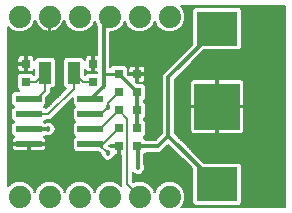
<source format=gtl>
G75*
%MOIN*%
%OFA0B0*%
%FSLAX25Y25*%
%IPPOS*%
%LPD*%
%AMOC8*
5,1,8,0,0,1.08239X$1,22.5*
%
%ADD10R,0.03150X0.03150*%
%ADD11R,0.13780X0.11417*%
%ADD12R,0.15591X0.15591*%
%ADD13R,0.04331X0.07480*%
%ADD14R,0.08661X0.02362*%
%ADD15C,0.07400*%
%ADD16C,0.00600*%
%ADD17C,0.01800*%
%ADD18C,0.01200*%
%ADD19C,0.01000*%
%ADD20C,0.00800*%
D10*
X0044900Y0040733D03*
X0050900Y0040733D03*
X0050900Y0046733D03*
X0044900Y0046733D03*
X0044900Y0052733D03*
X0050900Y0052733D03*
X0050900Y0058733D03*
X0044900Y0058733D03*
X0036400Y0062233D03*
X0044900Y0064733D03*
X0050900Y0064733D03*
X0036400Y0068233D03*
X0013900Y0068233D03*
X0013900Y0062233D03*
D11*
X0077650Y0079967D03*
X0077650Y0027999D03*
D12*
X0077650Y0053983D03*
D13*
X0029874Y0065233D03*
X0020426Y0065233D03*
D14*
X0014914Y0056483D03*
X0014914Y0051483D03*
X0014914Y0046483D03*
X0014914Y0041483D03*
X0035386Y0041483D03*
X0035386Y0046483D03*
X0035386Y0051483D03*
X0035386Y0056483D03*
D15*
X0011800Y0023933D03*
X0021800Y0023933D03*
X0031800Y0023933D03*
X0041800Y0023933D03*
X0051800Y0023933D03*
X0061800Y0023933D03*
X0061800Y0083933D03*
X0051800Y0083933D03*
X0041800Y0083933D03*
X0031800Y0083933D03*
X0021800Y0083933D03*
X0011800Y0083933D03*
D16*
X0016556Y0081827D02*
X0017262Y0081827D01*
X0017166Y0082014D02*
X0017524Y0081312D01*
X0017986Y0080676D01*
X0018543Y0080119D01*
X0019179Y0079657D01*
X0019881Y0079299D01*
X0020629Y0079056D01*
X0021406Y0078933D01*
X0021500Y0078933D01*
X0021500Y0083633D01*
X0022100Y0083633D01*
X0022100Y0078933D01*
X0022194Y0078933D01*
X0022971Y0079056D01*
X0023719Y0079299D01*
X0024421Y0079657D01*
X0025057Y0080119D01*
X0025614Y0080676D01*
X0026076Y0081312D01*
X0026434Y0082014D01*
X0026668Y0082735D01*
X0027392Y0080988D01*
X0028854Y0079525D01*
X0030766Y0078733D01*
X0032834Y0078733D01*
X0034746Y0079525D01*
X0036208Y0080988D01*
X0036800Y0082416D01*
X0037392Y0080988D01*
X0037700Y0080679D01*
X0037700Y0071108D01*
X0036700Y0071108D01*
X0036700Y0068533D01*
X0036100Y0068533D01*
X0036100Y0071108D01*
X0034654Y0071108D01*
X0034323Y0071019D01*
X0034027Y0070848D01*
X0033785Y0070606D01*
X0033614Y0070310D01*
X0033525Y0069979D01*
X0033525Y0069609D01*
X0032661Y0070473D01*
X0027088Y0070473D01*
X0026209Y0069595D01*
X0026209Y0060872D01*
X0027088Y0059993D01*
X0027223Y0059993D01*
X0020630Y0053400D01*
X0020047Y0053983D01*
X0020744Y0054681D01*
X0020744Y0056891D01*
X0022326Y0058472D01*
X0022326Y0059993D01*
X0023212Y0059993D01*
X0024091Y0060872D01*
X0024091Y0069595D01*
X0023212Y0070473D01*
X0017639Y0070473D01*
X0016775Y0069609D01*
X0016775Y0069979D01*
X0016686Y0070310D01*
X0016515Y0070606D01*
X0016273Y0070848D01*
X0015977Y0071019D01*
X0015646Y0071108D01*
X0014200Y0071108D01*
X0014200Y0068533D01*
X0013600Y0068533D01*
X0013600Y0067933D01*
X0014200Y0067933D01*
X0014200Y0065358D01*
X0015646Y0065358D01*
X0015977Y0065447D01*
X0016273Y0065618D01*
X0016515Y0065860D01*
X0016686Y0066156D01*
X0016760Y0066433D01*
X0016760Y0064644D01*
X0016096Y0065308D01*
X0011704Y0065308D01*
X0010825Y0064429D01*
X0010825Y0060037D01*
X0011698Y0059164D01*
X0009962Y0059164D01*
X0009083Y0058285D01*
X0009083Y0054681D01*
X0009781Y0053983D01*
X0009083Y0053285D01*
X0009083Y0049681D01*
X0009781Y0048983D01*
X0009083Y0048285D01*
X0009083Y0044681D01*
X0009959Y0043805D01*
X0009785Y0043704D01*
X0009543Y0043462D01*
X0009372Y0043166D01*
X0009283Y0042835D01*
X0009283Y0041774D01*
X0014623Y0041774D01*
X0014623Y0041192D01*
X0015204Y0041192D01*
X0015204Y0039002D01*
X0019416Y0039002D01*
X0019746Y0039091D01*
X0020043Y0039262D01*
X0020285Y0039504D01*
X0020456Y0039800D01*
X0020544Y0040131D01*
X0020544Y0041192D01*
X0015204Y0041192D01*
X0015204Y0041774D01*
X0020544Y0041774D01*
X0020544Y0042835D01*
X0020456Y0043166D01*
X0020285Y0043462D01*
X0020043Y0043704D01*
X0019869Y0043805D01*
X0020374Y0044310D01*
X0020923Y0044083D01*
X0021877Y0044083D01*
X0022759Y0044448D01*
X0023435Y0045124D01*
X0023800Y0046006D01*
X0023800Y0046960D01*
X0023435Y0047843D01*
X0022759Y0048518D01*
X0021877Y0048883D01*
X0020923Y0048883D01*
X0020374Y0048656D01*
X0020047Y0048983D01*
X0020647Y0049583D01*
X0022187Y0049583D01*
X0029556Y0056952D01*
X0029556Y0054681D01*
X0030253Y0053983D01*
X0029556Y0053285D01*
X0029556Y0049681D01*
X0030253Y0048983D01*
X0029556Y0048285D01*
X0029556Y0044681D01*
X0030253Y0043983D01*
X0029556Y0043285D01*
X0029556Y0039681D01*
X0030434Y0038802D01*
X0038094Y0038802D01*
X0038800Y0038096D01*
X0038800Y0037906D01*
X0039165Y0037024D01*
X0039841Y0036348D01*
X0040723Y0035983D01*
X0041677Y0035983D01*
X0042559Y0036348D01*
X0043235Y0037024D01*
X0043580Y0037858D01*
X0044600Y0037858D01*
X0044600Y0040433D01*
X0045200Y0040433D01*
X0045200Y0037858D01*
X0045750Y0037858D01*
X0045750Y0027337D01*
X0044746Y0028341D01*
X0042834Y0029133D01*
X0040766Y0029133D01*
X0038854Y0028341D01*
X0037392Y0026879D01*
X0036800Y0025450D01*
X0036208Y0026879D01*
X0034746Y0028341D01*
X0032834Y0029133D01*
X0030766Y0029133D01*
X0028854Y0028341D01*
X0027392Y0026879D01*
X0026800Y0025450D01*
X0026208Y0026879D01*
X0024746Y0028341D01*
X0022834Y0029133D01*
X0020766Y0029133D01*
X0018854Y0028341D01*
X0017392Y0026879D01*
X0016800Y0025450D01*
X0016208Y0026879D01*
X0014746Y0028341D01*
X0012834Y0029133D01*
X0010766Y0029133D01*
X0008854Y0028341D01*
X0007900Y0027387D01*
X0007900Y0080479D01*
X0008854Y0079525D01*
X0010766Y0078733D01*
X0012834Y0078733D01*
X0014746Y0079525D01*
X0016208Y0080988D01*
X0016932Y0082735D01*
X0017166Y0082014D01*
X0017033Y0082425D02*
X0016804Y0082425D01*
X0016308Y0081228D02*
X0017585Y0081228D01*
X0018032Y0080630D02*
X0015851Y0080630D01*
X0015252Y0080031D02*
X0018664Y0080031D01*
X0019619Y0079433D02*
X0014523Y0079433D01*
X0013078Y0078834D02*
X0030521Y0078834D01*
X0029077Y0079433D02*
X0023981Y0079433D01*
X0024936Y0080031D02*
X0028348Y0080031D01*
X0027749Y0080630D02*
X0025568Y0080630D01*
X0026015Y0081228D02*
X0027292Y0081228D01*
X0027044Y0081827D02*
X0026338Y0081827D01*
X0026567Y0082425D02*
X0026796Y0082425D01*
X0022100Y0082425D02*
X0021500Y0082425D01*
X0021500Y0081827D02*
X0022100Y0081827D01*
X0022100Y0081228D02*
X0021500Y0081228D01*
X0021500Y0080630D02*
X0022100Y0080630D01*
X0022100Y0080031D02*
X0021500Y0080031D01*
X0021500Y0079433D02*
X0022100Y0079433D01*
X0022100Y0083024D02*
X0021500Y0083024D01*
X0021500Y0083622D02*
X0022100Y0083622D01*
X0033078Y0078834D02*
X0037700Y0078834D01*
X0037700Y0078236D02*
X0007900Y0078236D01*
X0007900Y0078834D02*
X0010521Y0078834D01*
X0009077Y0079433D02*
X0007900Y0079433D01*
X0007900Y0080031D02*
X0008348Y0080031D01*
X0007900Y0077637D02*
X0037700Y0077637D01*
X0037700Y0077039D02*
X0007900Y0077039D01*
X0007900Y0076440D02*
X0037700Y0076440D01*
X0037700Y0075842D02*
X0007900Y0075842D01*
X0007900Y0075243D02*
X0037700Y0075243D01*
X0037700Y0074645D02*
X0007900Y0074645D01*
X0007900Y0074046D02*
X0037700Y0074046D01*
X0037700Y0073448D02*
X0007900Y0073448D01*
X0007900Y0072849D02*
X0037700Y0072849D01*
X0037700Y0072251D02*
X0007900Y0072251D01*
X0007900Y0071652D02*
X0037700Y0071652D01*
X0036700Y0071054D02*
X0036100Y0071054D01*
X0036100Y0070455D02*
X0036700Y0070455D01*
X0036700Y0069857D02*
X0036100Y0069857D01*
X0036100Y0069258D02*
X0036700Y0069258D01*
X0036700Y0068660D02*
X0036100Y0068660D01*
X0036100Y0067933D02*
X0036700Y0067933D01*
X0036700Y0065358D01*
X0037700Y0065358D01*
X0037700Y0065308D01*
X0034204Y0065308D01*
X0033540Y0064644D01*
X0033540Y0066433D01*
X0033614Y0066156D01*
X0033785Y0065860D01*
X0034027Y0065618D01*
X0034323Y0065447D01*
X0034654Y0065358D01*
X0036100Y0065358D01*
X0036100Y0067933D01*
X0036100Y0067462D02*
X0036700Y0067462D01*
X0036700Y0066864D02*
X0036100Y0066864D01*
X0036100Y0066265D02*
X0036700Y0066265D01*
X0036700Y0065667D02*
X0036100Y0065667D01*
X0033978Y0065667D02*
X0033540Y0065667D01*
X0033540Y0066265D02*
X0033585Y0066265D01*
X0033540Y0065068D02*
X0033964Y0065068D01*
X0041900Y0067004D02*
X0041900Y0078733D01*
X0042834Y0078733D01*
X0044746Y0079525D01*
X0046208Y0080988D01*
X0046800Y0082416D01*
X0047392Y0080988D01*
X0048854Y0079525D01*
X0050766Y0078733D01*
X0052834Y0078733D01*
X0054746Y0079525D01*
X0056208Y0080988D01*
X0056800Y0082416D01*
X0057392Y0080988D01*
X0058854Y0079525D01*
X0060766Y0078733D01*
X0062834Y0078733D01*
X0064746Y0079525D01*
X0066208Y0080988D01*
X0067000Y0082899D01*
X0067000Y0084967D01*
X0066208Y0086879D01*
X0065604Y0087483D01*
X0100150Y0087483D01*
X0100150Y0020483D01*
X0065704Y0020483D01*
X0066208Y0020988D01*
X0067000Y0022899D01*
X0067000Y0024967D01*
X0066208Y0026879D01*
X0064746Y0028341D01*
X0062834Y0029133D01*
X0060766Y0029133D01*
X0058854Y0028341D01*
X0057392Y0026879D01*
X0056800Y0025450D01*
X0056208Y0026879D01*
X0054746Y0028341D01*
X0052834Y0029133D01*
X0050766Y0029133D01*
X0049720Y0028700D01*
X0049550Y0028870D01*
X0049550Y0032039D01*
X0049941Y0031648D01*
X0050823Y0031283D01*
X0051777Y0031283D01*
X0052659Y0031648D01*
X0053335Y0032324D01*
X0053700Y0033206D01*
X0053700Y0034160D01*
X0053400Y0034885D01*
X0053400Y0037962D01*
X0053975Y0038537D01*
X0053975Y0038633D01*
X0058770Y0038633D01*
X0060000Y0039863D01*
X0061408Y0041271D01*
X0069260Y0033419D01*
X0069260Y0021669D01*
X0070139Y0020790D01*
X0085161Y0020790D01*
X0086040Y0021669D01*
X0086040Y0034329D01*
X0085161Y0035207D01*
X0073411Y0035207D01*
X0063508Y0045111D01*
X0063500Y0045119D01*
X0063500Y0062847D01*
X0073411Y0072759D01*
X0085161Y0072759D01*
X0086040Y0073637D01*
X0086040Y0086297D01*
X0085161Y0087176D01*
X0070139Y0087176D01*
X0069260Y0086297D01*
X0069260Y0074547D01*
X0060530Y0065817D01*
X0059300Y0064587D01*
X0059300Y0045103D01*
X0057030Y0042833D01*
X0053975Y0042833D01*
X0053975Y0042929D01*
X0053171Y0043733D01*
X0053975Y0044537D01*
X0053975Y0048929D01*
X0053171Y0049733D01*
X0053975Y0050537D01*
X0053975Y0054929D01*
X0053171Y0055733D01*
X0053975Y0056537D01*
X0053975Y0060929D01*
X0053096Y0061808D01*
X0050795Y0061808D01*
X0050600Y0062003D01*
X0050600Y0064433D01*
X0051200Y0064433D01*
X0051200Y0061858D01*
X0052646Y0061858D01*
X0052977Y0061947D01*
X0053273Y0062118D01*
X0053515Y0062360D01*
X0053686Y0062656D01*
X0053775Y0062987D01*
X0053775Y0064433D01*
X0051200Y0064433D01*
X0051200Y0065033D01*
X0053775Y0065033D01*
X0053775Y0066479D01*
X0053686Y0066810D01*
X0053515Y0067106D01*
X0053273Y0067348D01*
X0052977Y0067519D01*
X0052646Y0067608D01*
X0051200Y0067608D01*
X0051200Y0065033D01*
X0050600Y0065033D01*
X0050600Y0064433D01*
X0048170Y0064433D01*
X0047975Y0064628D01*
X0047975Y0066929D01*
X0047096Y0067808D01*
X0042704Y0067808D01*
X0041900Y0067004D01*
X0041900Y0067462D02*
X0042359Y0067462D01*
X0041900Y0068061D02*
X0062774Y0068061D01*
X0063372Y0068660D02*
X0041900Y0068660D01*
X0041900Y0069258D02*
X0063971Y0069258D01*
X0064569Y0069857D02*
X0041900Y0069857D01*
X0041900Y0070455D02*
X0065168Y0070455D01*
X0065766Y0071054D02*
X0041900Y0071054D01*
X0041900Y0071652D02*
X0066365Y0071652D01*
X0066963Y0072251D02*
X0041900Y0072251D01*
X0041900Y0072849D02*
X0067562Y0072849D01*
X0068160Y0073448D02*
X0041900Y0073448D01*
X0041900Y0074046D02*
X0068759Y0074046D01*
X0069260Y0074645D02*
X0041900Y0074645D01*
X0041900Y0075243D02*
X0069260Y0075243D01*
X0069260Y0075842D02*
X0041900Y0075842D01*
X0041900Y0076440D02*
X0069260Y0076440D01*
X0069260Y0077039D02*
X0041900Y0077039D01*
X0041900Y0077637D02*
X0069260Y0077637D01*
X0069260Y0078236D02*
X0041900Y0078236D01*
X0043078Y0078834D02*
X0050521Y0078834D01*
X0049077Y0079433D02*
X0044523Y0079433D01*
X0045252Y0080031D02*
X0048348Y0080031D01*
X0047749Y0080630D02*
X0045851Y0080630D01*
X0046308Y0081228D02*
X0047292Y0081228D01*
X0047044Y0081827D02*
X0046556Y0081827D01*
X0053078Y0078834D02*
X0060521Y0078834D01*
X0059077Y0079433D02*
X0054523Y0079433D01*
X0055252Y0080031D02*
X0058348Y0080031D01*
X0057749Y0080630D02*
X0055851Y0080630D01*
X0056308Y0081228D02*
X0057292Y0081228D01*
X0057044Y0081827D02*
X0056556Y0081827D01*
X0063078Y0078834D02*
X0069260Y0078834D01*
X0069260Y0079433D02*
X0064523Y0079433D01*
X0065252Y0080031D02*
X0069260Y0080031D01*
X0069260Y0080630D02*
X0065851Y0080630D01*
X0066308Y0081228D02*
X0069260Y0081228D01*
X0069260Y0081827D02*
X0066556Y0081827D01*
X0066804Y0082425D02*
X0069260Y0082425D01*
X0069260Y0083024D02*
X0067000Y0083024D01*
X0067000Y0083622D02*
X0069260Y0083622D01*
X0069260Y0084221D02*
X0067000Y0084221D01*
X0067000Y0084819D02*
X0069260Y0084819D01*
X0069260Y0085418D02*
X0066813Y0085418D01*
X0066566Y0086016D02*
X0069260Y0086016D01*
X0069578Y0086615D02*
X0066318Y0086615D01*
X0065874Y0087213D02*
X0100150Y0087213D01*
X0100150Y0086615D02*
X0085722Y0086615D01*
X0086040Y0086016D02*
X0100150Y0086016D01*
X0100150Y0085418D02*
X0086040Y0085418D01*
X0086040Y0084819D02*
X0100150Y0084819D01*
X0100150Y0084221D02*
X0086040Y0084221D01*
X0086040Y0083622D02*
X0100150Y0083622D01*
X0100150Y0083024D02*
X0086040Y0083024D01*
X0086040Y0082425D02*
X0100150Y0082425D01*
X0100150Y0081827D02*
X0086040Y0081827D01*
X0086040Y0081228D02*
X0100150Y0081228D01*
X0100150Y0080630D02*
X0086040Y0080630D01*
X0086040Y0080031D02*
X0100150Y0080031D01*
X0100150Y0079433D02*
X0086040Y0079433D01*
X0086040Y0078834D02*
X0100150Y0078834D01*
X0100150Y0078236D02*
X0086040Y0078236D01*
X0086040Y0077637D02*
X0100150Y0077637D01*
X0100150Y0077039D02*
X0086040Y0077039D01*
X0086040Y0076440D02*
X0100150Y0076440D01*
X0100150Y0075842D02*
X0086040Y0075842D01*
X0086040Y0075243D02*
X0100150Y0075243D01*
X0100150Y0074645D02*
X0086040Y0074645D01*
X0086040Y0074046D02*
X0100150Y0074046D01*
X0100150Y0073448D02*
X0085850Y0073448D01*
X0085252Y0072849D02*
X0100150Y0072849D01*
X0100150Y0072251D02*
X0072903Y0072251D01*
X0072305Y0071652D02*
X0100150Y0071652D01*
X0100150Y0071054D02*
X0071706Y0071054D01*
X0071108Y0070455D02*
X0100150Y0070455D01*
X0100150Y0069857D02*
X0070509Y0069857D01*
X0069911Y0069258D02*
X0100150Y0069258D01*
X0100150Y0068660D02*
X0069312Y0068660D01*
X0068714Y0068061D02*
X0100150Y0068061D01*
X0100150Y0067462D02*
X0068115Y0067462D01*
X0067516Y0066864D02*
X0100150Y0066864D01*
X0100150Y0066265D02*
X0066918Y0066265D01*
X0066319Y0065667D02*
X0100150Y0065667D01*
X0100150Y0065068D02*
X0065721Y0065068D01*
X0065122Y0064470D02*
X0100150Y0064470D01*
X0100150Y0063871D02*
X0064524Y0063871D01*
X0063925Y0063273D02*
X0100150Y0063273D01*
X0100150Y0062674D02*
X0086388Y0062674D01*
X0086486Y0062577D02*
X0086243Y0062819D01*
X0085947Y0062990D01*
X0085616Y0063078D01*
X0077950Y0063078D01*
X0077950Y0054283D01*
X0086745Y0054283D01*
X0086745Y0061949D01*
X0086657Y0062280D01*
X0086486Y0062577D01*
X0086711Y0062076D02*
X0100150Y0062076D01*
X0100150Y0061477D02*
X0086745Y0061477D01*
X0086745Y0060879D02*
X0100150Y0060879D01*
X0100150Y0060280D02*
X0086745Y0060280D01*
X0086745Y0059682D02*
X0100150Y0059682D01*
X0100150Y0059083D02*
X0086745Y0059083D01*
X0086745Y0058485D02*
X0100150Y0058485D01*
X0100150Y0057886D02*
X0086745Y0057886D01*
X0086745Y0057288D02*
X0100150Y0057288D01*
X0100150Y0056689D02*
X0086745Y0056689D01*
X0086745Y0056091D02*
X0100150Y0056091D01*
X0100150Y0055492D02*
X0086745Y0055492D01*
X0086745Y0054894D02*
X0100150Y0054894D01*
X0100150Y0054295D02*
X0086745Y0054295D01*
X0086745Y0053683D02*
X0086745Y0046017D01*
X0086657Y0045686D01*
X0086486Y0045390D01*
X0086243Y0045148D01*
X0085947Y0044976D01*
X0085616Y0044888D01*
X0077950Y0044888D01*
X0077950Y0053683D01*
X0077350Y0053683D01*
X0077350Y0044888D01*
X0069684Y0044888D01*
X0069353Y0044976D01*
X0069056Y0045148D01*
X0068814Y0045390D01*
X0068643Y0045686D01*
X0068555Y0046017D01*
X0068555Y0053683D01*
X0077350Y0053683D01*
X0077350Y0054283D01*
X0068555Y0054283D01*
X0068555Y0061949D01*
X0068643Y0062280D01*
X0068814Y0062577D01*
X0069056Y0062819D01*
X0069353Y0062990D01*
X0069684Y0063078D01*
X0077350Y0063078D01*
X0077350Y0054283D01*
X0077950Y0054283D01*
X0077950Y0053683D01*
X0086745Y0053683D01*
X0086745Y0053098D02*
X0100150Y0053098D01*
X0100150Y0052500D02*
X0086745Y0052500D01*
X0086745Y0051901D02*
X0100150Y0051901D01*
X0100150Y0051303D02*
X0086745Y0051303D01*
X0086745Y0050704D02*
X0100150Y0050704D01*
X0100150Y0050106D02*
X0086745Y0050106D01*
X0086745Y0049507D02*
X0100150Y0049507D01*
X0100150Y0048909D02*
X0086745Y0048909D01*
X0086745Y0048310D02*
X0100150Y0048310D01*
X0100150Y0047712D02*
X0086745Y0047712D01*
X0086745Y0047113D02*
X0100150Y0047113D01*
X0100150Y0046515D02*
X0086745Y0046515D01*
X0086718Y0045916D02*
X0100150Y0045916D01*
X0100150Y0045318D02*
X0086414Y0045318D01*
X0077950Y0045318D02*
X0077350Y0045318D01*
X0077350Y0045916D02*
X0077950Y0045916D01*
X0077950Y0046515D02*
X0077350Y0046515D01*
X0077350Y0047113D02*
X0077950Y0047113D01*
X0077950Y0047712D02*
X0077350Y0047712D01*
X0077350Y0048310D02*
X0077950Y0048310D01*
X0077950Y0048909D02*
X0077350Y0048909D01*
X0077350Y0049507D02*
X0077950Y0049507D01*
X0077950Y0050106D02*
X0077350Y0050106D01*
X0077350Y0050704D02*
X0077950Y0050704D01*
X0077950Y0051303D02*
X0077350Y0051303D01*
X0077350Y0051901D02*
X0077950Y0051901D01*
X0077950Y0052500D02*
X0077350Y0052500D01*
X0077350Y0053098D02*
X0077950Y0053098D01*
X0077950Y0053697D02*
X0100150Y0053697D01*
X0100150Y0044719D02*
X0063900Y0044719D01*
X0063508Y0045111D02*
X0063508Y0045111D01*
X0063500Y0045318D02*
X0068886Y0045318D01*
X0068582Y0045916D02*
X0063500Y0045916D01*
X0063500Y0046515D02*
X0068555Y0046515D01*
X0068555Y0047113D02*
X0063500Y0047113D01*
X0063500Y0047712D02*
X0068555Y0047712D01*
X0068555Y0048310D02*
X0063500Y0048310D01*
X0063500Y0048909D02*
X0068555Y0048909D01*
X0068555Y0049507D02*
X0063500Y0049507D01*
X0063500Y0050106D02*
X0068555Y0050106D01*
X0068555Y0050704D02*
X0063500Y0050704D01*
X0063500Y0051303D02*
X0068555Y0051303D01*
X0068555Y0051901D02*
X0063500Y0051901D01*
X0063500Y0052500D02*
X0068555Y0052500D01*
X0068555Y0053098D02*
X0063500Y0053098D01*
X0063500Y0053697D02*
X0077350Y0053697D01*
X0077350Y0054295D02*
X0077950Y0054295D01*
X0077950Y0054894D02*
X0077350Y0054894D01*
X0077350Y0055492D02*
X0077950Y0055492D01*
X0077950Y0056091D02*
X0077350Y0056091D01*
X0077350Y0056689D02*
X0077950Y0056689D01*
X0077950Y0057288D02*
X0077350Y0057288D01*
X0077350Y0057886D02*
X0077950Y0057886D01*
X0077950Y0058485D02*
X0077350Y0058485D01*
X0077350Y0059083D02*
X0077950Y0059083D01*
X0077950Y0059682D02*
X0077350Y0059682D01*
X0077350Y0060280D02*
X0077950Y0060280D01*
X0077950Y0060879D02*
X0077350Y0060879D01*
X0077350Y0061477D02*
X0077950Y0061477D01*
X0077950Y0062076D02*
X0077350Y0062076D01*
X0077350Y0062674D02*
X0077950Y0062674D01*
X0068912Y0062674D02*
X0063500Y0062674D01*
X0063500Y0062076D02*
X0068589Y0062076D01*
X0068555Y0061477D02*
X0063500Y0061477D01*
X0063500Y0060879D02*
X0068555Y0060879D01*
X0068555Y0060280D02*
X0063500Y0060280D01*
X0063500Y0059682D02*
X0068555Y0059682D01*
X0068555Y0059083D02*
X0063500Y0059083D01*
X0063500Y0058485D02*
X0068555Y0058485D01*
X0068555Y0057886D02*
X0063500Y0057886D01*
X0063500Y0057288D02*
X0068555Y0057288D01*
X0068555Y0056689D02*
X0063500Y0056689D01*
X0063500Y0056091D02*
X0068555Y0056091D01*
X0068555Y0055492D02*
X0063500Y0055492D01*
X0063500Y0054894D02*
X0068555Y0054894D01*
X0068555Y0054295D02*
X0063500Y0054295D01*
X0059300Y0054295D02*
X0053975Y0054295D01*
X0053975Y0053697D02*
X0059300Y0053697D01*
X0059300Y0053098D02*
X0053975Y0053098D01*
X0053975Y0052500D02*
X0059300Y0052500D01*
X0059300Y0051901D02*
X0053975Y0051901D01*
X0053975Y0051303D02*
X0059300Y0051303D01*
X0059300Y0050704D02*
X0053975Y0050704D01*
X0053544Y0050106D02*
X0059300Y0050106D01*
X0059300Y0049507D02*
X0053397Y0049507D01*
X0053975Y0048909D02*
X0059300Y0048909D01*
X0059300Y0048310D02*
X0053975Y0048310D01*
X0053975Y0047712D02*
X0059300Y0047712D01*
X0059300Y0047113D02*
X0053975Y0047113D01*
X0053975Y0046515D02*
X0059300Y0046515D01*
X0059300Y0045916D02*
X0053975Y0045916D01*
X0053975Y0045318D02*
X0059300Y0045318D01*
X0058916Y0044719D02*
X0053975Y0044719D01*
X0053558Y0044121D02*
X0058318Y0044121D01*
X0057719Y0043522D02*
X0053382Y0043522D01*
X0053975Y0042924D02*
X0057121Y0042924D01*
X0061265Y0041128D02*
X0061551Y0041128D01*
X0062149Y0040529D02*
X0060666Y0040529D01*
X0060068Y0039931D02*
X0062748Y0039931D01*
X0063347Y0039332D02*
X0059469Y0039332D01*
X0058871Y0038734D02*
X0063945Y0038734D01*
X0064544Y0038135D02*
X0053573Y0038135D01*
X0053400Y0037537D02*
X0065142Y0037537D01*
X0065741Y0036938D02*
X0053400Y0036938D01*
X0053400Y0036340D02*
X0066339Y0036340D01*
X0066938Y0035741D02*
X0053400Y0035741D01*
X0053400Y0035143D02*
X0067536Y0035143D01*
X0068135Y0034544D02*
X0053541Y0034544D01*
X0053700Y0033946D02*
X0068733Y0033946D01*
X0069260Y0033347D02*
X0053700Y0033347D01*
X0053511Y0032749D02*
X0069260Y0032749D01*
X0069260Y0032150D02*
X0053161Y0032150D01*
X0052426Y0031552D02*
X0069260Y0031552D01*
X0069260Y0030953D02*
X0049550Y0030953D01*
X0049550Y0030355D02*
X0069260Y0030355D01*
X0069260Y0029756D02*
X0049550Y0029756D01*
X0049550Y0029158D02*
X0069260Y0029158D01*
X0069260Y0028559D02*
X0064220Y0028559D01*
X0065126Y0027961D02*
X0069260Y0027961D01*
X0069260Y0027362D02*
X0065725Y0027362D01*
X0066256Y0026764D02*
X0069260Y0026764D01*
X0069260Y0026165D02*
X0066504Y0026165D01*
X0066752Y0025567D02*
X0069260Y0025567D01*
X0069260Y0024968D02*
X0067000Y0024968D01*
X0067000Y0024370D02*
X0069260Y0024370D01*
X0069260Y0023771D02*
X0067000Y0023771D01*
X0067000Y0023173D02*
X0069260Y0023173D01*
X0069260Y0022574D02*
X0066866Y0022574D01*
X0066618Y0021976D02*
X0069260Y0021976D01*
X0069552Y0021377D02*
X0066370Y0021377D01*
X0065999Y0020779D02*
X0100150Y0020779D01*
X0100150Y0021377D02*
X0085748Y0021377D01*
X0086040Y0021976D02*
X0100150Y0021976D01*
X0100150Y0022574D02*
X0086040Y0022574D01*
X0086040Y0023173D02*
X0100150Y0023173D01*
X0100150Y0023771D02*
X0086040Y0023771D01*
X0086040Y0024370D02*
X0100150Y0024370D01*
X0100150Y0024968D02*
X0086040Y0024968D01*
X0086040Y0025567D02*
X0100150Y0025567D01*
X0100150Y0026165D02*
X0086040Y0026165D01*
X0086040Y0026764D02*
X0100150Y0026764D01*
X0100150Y0027362D02*
X0086040Y0027362D01*
X0086040Y0027961D02*
X0100150Y0027961D01*
X0100150Y0028559D02*
X0086040Y0028559D01*
X0086040Y0029158D02*
X0100150Y0029158D01*
X0100150Y0029756D02*
X0086040Y0029756D01*
X0086040Y0030355D02*
X0100150Y0030355D01*
X0100150Y0030953D02*
X0086040Y0030953D01*
X0086040Y0031552D02*
X0100150Y0031552D01*
X0100150Y0032150D02*
X0086040Y0032150D01*
X0086040Y0032749D02*
X0100150Y0032749D01*
X0100150Y0033347D02*
X0086040Y0033347D01*
X0086040Y0033946D02*
X0100150Y0033946D01*
X0100150Y0034544D02*
X0085824Y0034544D01*
X0085226Y0035143D02*
X0100150Y0035143D01*
X0100150Y0035741D02*
X0072877Y0035741D01*
X0072279Y0036340D02*
X0100150Y0036340D01*
X0100150Y0036938D02*
X0071680Y0036938D01*
X0071082Y0037537D02*
X0100150Y0037537D01*
X0100150Y0038135D02*
X0070483Y0038135D01*
X0069885Y0038734D02*
X0100150Y0038734D01*
X0100150Y0039332D02*
X0069286Y0039332D01*
X0068688Y0039931D02*
X0100150Y0039931D01*
X0100150Y0040529D02*
X0068089Y0040529D01*
X0067491Y0041128D02*
X0100150Y0041128D01*
X0100150Y0041727D02*
X0066892Y0041727D01*
X0066294Y0042325D02*
X0100150Y0042325D01*
X0100150Y0042924D02*
X0065695Y0042924D01*
X0065097Y0043522D02*
X0100150Y0043522D01*
X0100150Y0044121D02*
X0064498Y0044121D01*
X0045200Y0039931D02*
X0044600Y0039931D01*
X0044600Y0040433D02*
X0042522Y0040433D01*
X0041677Y0040783D01*
X0041637Y0040783D01*
X0042025Y0041171D01*
X0042025Y0041033D01*
X0044600Y0041033D01*
X0044600Y0040433D01*
X0044600Y0040529D02*
X0042290Y0040529D01*
X0042025Y0041128D02*
X0041982Y0041128D01*
X0044600Y0039332D02*
X0045200Y0039332D01*
X0045200Y0038734D02*
X0044600Y0038734D01*
X0044600Y0038135D02*
X0045200Y0038135D01*
X0045750Y0037537D02*
X0043447Y0037537D01*
X0043149Y0036938D02*
X0045750Y0036938D01*
X0045750Y0036340D02*
X0042539Y0036340D01*
X0045750Y0035741D02*
X0007900Y0035741D01*
X0007900Y0035143D02*
X0045750Y0035143D01*
X0045750Y0034544D02*
X0007900Y0034544D01*
X0007900Y0033946D02*
X0045750Y0033946D01*
X0045750Y0033347D02*
X0007900Y0033347D01*
X0007900Y0032749D02*
X0045750Y0032749D01*
X0045750Y0032150D02*
X0007900Y0032150D01*
X0007900Y0031552D02*
X0045750Y0031552D01*
X0045750Y0030953D02*
X0007900Y0030953D01*
X0007900Y0030355D02*
X0045750Y0030355D01*
X0045750Y0029756D02*
X0007900Y0029756D01*
X0007900Y0029158D02*
X0045750Y0029158D01*
X0045750Y0028559D02*
X0044220Y0028559D01*
X0045126Y0027961D02*
X0045750Y0027961D01*
X0045725Y0027362D02*
X0045750Y0027362D01*
X0039380Y0028559D02*
X0034220Y0028559D01*
X0035126Y0027961D02*
X0038474Y0027961D01*
X0037875Y0027362D02*
X0035725Y0027362D01*
X0036256Y0026764D02*
X0037344Y0026764D01*
X0037096Y0026165D02*
X0036504Y0026165D01*
X0036752Y0025567D02*
X0036848Y0025567D01*
X0029380Y0028559D02*
X0024220Y0028559D01*
X0025126Y0027961D02*
X0028474Y0027961D01*
X0027875Y0027362D02*
X0025725Y0027362D01*
X0026256Y0026764D02*
X0027344Y0026764D01*
X0027096Y0026165D02*
X0026504Y0026165D01*
X0026752Y0025567D02*
X0026848Y0025567D01*
X0019380Y0028559D02*
X0014220Y0028559D01*
X0015126Y0027961D02*
X0018474Y0027961D01*
X0017875Y0027362D02*
X0015725Y0027362D01*
X0016256Y0026764D02*
X0017344Y0026764D01*
X0017096Y0026165D02*
X0016504Y0026165D01*
X0016752Y0025567D02*
X0016848Y0025567D01*
X0009380Y0028559D02*
X0007900Y0028559D01*
X0007900Y0027961D02*
X0008474Y0027961D01*
X0007900Y0036340D02*
X0039861Y0036340D01*
X0039251Y0036938D02*
X0007900Y0036938D01*
X0007900Y0037537D02*
X0038953Y0037537D01*
X0038761Y0038135D02*
X0007900Y0038135D01*
X0007900Y0038734D02*
X0038162Y0038734D01*
X0029904Y0039332D02*
X0020113Y0039332D01*
X0020491Y0039931D02*
X0029556Y0039931D01*
X0029556Y0040529D02*
X0020544Y0040529D01*
X0020544Y0041128D02*
X0029556Y0041128D01*
X0029556Y0041727D02*
X0015204Y0041727D01*
X0014623Y0041727D02*
X0007900Y0041727D01*
X0007900Y0042325D02*
X0009283Y0042325D01*
X0009307Y0042924D02*
X0007900Y0042924D01*
X0007900Y0043522D02*
X0009602Y0043522D01*
X0009643Y0044121D02*
X0007900Y0044121D01*
X0007900Y0044719D02*
X0009083Y0044719D01*
X0009083Y0045318D02*
X0007900Y0045318D01*
X0007900Y0045916D02*
X0009083Y0045916D01*
X0009083Y0046515D02*
X0007900Y0046515D01*
X0007900Y0047113D02*
X0009083Y0047113D01*
X0009083Y0047712D02*
X0007900Y0047712D01*
X0007900Y0048310D02*
X0009108Y0048310D01*
X0009706Y0048909D02*
X0007900Y0048909D01*
X0007900Y0049507D02*
X0009257Y0049507D01*
X0009083Y0050106D02*
X0007900Y0050106D01*
X0007900Y0050704D02*
X0009083Y0050704D01*
X0009083Y0051303D02*
X0007900Y0051303D01*
X0007900Y0051901D02*
X0009083Y0051901D01*
X0009083Y0052500D02*
X0007900Y0052500D01*
X0007900Y0053098D02*
X0009083Y0053098D01*
X0009494Y0053697D02*
X0007900Y0053697D01*
X0007900Y0054295D02*
X0009468Y0054295D01*
X0009083Y0054894D02*
X0007900Y0054894D01*
X0007900Y0055492D02*
X0009083Y0055492D01*
X0009083Y0056091D02*
X0007900Y0056091D01*
X0007900Y0056689D02*
X0009083Y0056689D01*
X0009083Y0057288D02*
X0007900Y0057288D01*
X0007900Y0057886D02*
X0009083Y0057886D01*
X0009282Y0058485D02*
X0007900Y0058485D01*
X0007900Y0059083D02*
X0009881Y0059083D01*
X0011180Y0059682D02*
X0007900Y0059682D01*
X0007900Y0060280D02*
X0010825Y0060280D01*
X0010825Y0060879D02*
X0007900Y0060879D01*
X0007900Y0061477D02*
X0010825Y0061477D01*
X0010825Y0062076D02*
X0007900Y0062076D01*
X0007900Y0062674D02*
X0010825Y0062674D01*
X0010825Y0063273D02*
X0007900Y0063273D01*
X0007900Y0063871D02*
X0010825Y0063871D01*
X0010866Y0064470D02*
X0007900Y0064470D01*
X0007900Y0065068D02*
X0011464Y0065068D01*
X0011823Y0065447D02*
X0012154Y0065358D01*
X0013600Y0065358D01*
X0013600Y0067933D01*
X0011025Y0067933D01*
X0011025Y0066487D01*
X0011114Y0066156D01*
X0011285Y0065860D01*
X0011527Y0065618D01*
X0011823Y0065447D01*
X0011478Y0065667D02*
X0007900Y0065667D01*
X0007900Y0066265D02*
X0011085Y0066265D01*
X0011025Y0066864D02*
X0007900Y0066864D01*
X0007900Y0067462D02*
X0011025Y0067462D01*
X0011025Y0068533D02*
X0013600Y0068533D01*
X0013600Y0071108D01*
X0012154Y0071108D01*
X0011823Y0071019D01*
X0011527Y0070848D01*
X0011285Y0070606D01*
X0011114Y0070310D01*
X0011025Y0069979D01*
X0011025Y0068533D01*
X0011025Y0068660D02*
X0007900Y0068660D01*
X0007900Y0069258D02*
X0011025Y0069258D01*
X0011025Y0069857D02*
X0007900Y0069857D01*
X0007900Y0070455D02*
X0011198Y0070455D01*
X0011951Y0071054D02*
X0007900Y0071054D01*
X0007900Y0068061D02*
X0013600Y0068061D01*
X0013600Y0068660D02*
X0014200Y0068660D01*
X0014200Y0069258D02*
X0013600Y0069258D01*
X0013600Y0069857D02*
X0014200Y0069857D01*
X0014200Y0070455D02*
X0013600Y0070455D01*
X0013600Y0071054D02*
X0014200Y0071054D01*
X0015849Y0071054D02*
X0034451Y0071054D01*
X0033698Y0070455D02*
X0032679Y0070455D01*
X0033278Y0069857D02*
X0033525Y0069857D01*
X0027070Y0070455D02*
X0023230Y0070455D01*
X0023829Y0069857D02*
X0026471Y0069857D01*
X0026209Y0069258D02*
X0024091Y0069258D01*
X0024091Y0068660D02*
X0026209Y0068660D01*
X0026209Y0068061D02*
X0024091Y0068061D01*
X0024091Y0067462D02*
X0026209Y0067462D01*
X0026209Y0066864D02*
X0024091Y0066864D01*
X0024091Y0066265D02*
X0026209Y0066265D01*
X0026209Y0065667D02*
X0024091Y0065667D01*
X0024091Y0065068D02*
X0026209Y0065068D01*
X0026209Y0064470D02*
X0024091Y0064470D01*
X0024091Y0063871D02*
X0026209Y0063871D01*
X0026209Y0063273D02*
X0024091Y0063273D01*
X0024091Y0062674D02*
X0026209Y0062674D01*
X0026209Y0062076D02*
X0024091Y0062076D01*
X0024091Y0061477D02*
X0026209Y0061477D01*
X0026209Y0060879D02*
X0024091Y0060879D01*
X0023500Y0060280D02*
X0026800Y0060280D01*
X0026912Y0059682D02*
X0022326Y0059682D01*
X0022326Y0059083D02*
X0026313Y0059083D01*
X0025715Y0058485D02*
X0022326Y0058485D01*
X0021740Y0057886D02*
X0025116Y0057886D01*
X0024518Y0057288D02*
X0021142Y0057288D01*
X0020744Y0056689D02*
X0023919Y0056689D01*
X0023321Y0056091D02*
X0020744Y0056091D01*
X0020744Y0055492D02*
X0022722Y0055492D01*
X0022124Y0054894D02*
X0020744Y0054894D01*
X0020359Y0054295D02*
X0021525Y0054295D01*
X0020927Y0053697D02*
X0020333Y0053697D01*
X0023907Y0051303D02*
X0029556Y0051303D01*
X0029556Y0051901D02*
X0024505Y0051901D01*
X0025104Y0052500D02*
X0029556Y0052500D01*
X0029556Y0053098D02*
X0025702Y0053098D01*
X0026301Y0053697D02*
X0029967Y0053697D01*
X0029941Y0054295D02*
X0026899Y0054295D01*
X0027498Y0054894D02*
X0029556Y0054894D01*
X0029556Y0055492D02*
X0028096Y0055492D01*
X0028695Y0056091D02*
X0029556Y0056091D01*
X0029556Y0056689D02*
X0029293Y0056689D01*
X0029556Y0050704D02*
X0023308Y0050704D01*
X0022710Y0050106D02*
X0029556Y0050106D01*
X0029729Y0049507D02*
X0020571Y0049507D01*
X0020121Y0048909D02*
X0030179Y0048909D01*
X0029580Y0048310D02*
X0022967Y0048310D01*
X0023489Y0047712D02*
X0029556Y0047712D01*
X0029556Y0047113D02*
X0023737Y0047113D01*
X0023800Y0046515D02*
X0029556Y0046515D01*
X0029556Y0045916D02*
X0023763Y0045916D01*
X0023515Y0045318D02*
X0029556Y0045318D01*
X0029556Y0044719D02*
X0023030Y0044719D01*
X0021968Y0044121D02*
X0030116Y0044121D01*
X0029792Y0043522D02*
X0020225Y0043522D01*
X0020184Y0044121D02*
X0020832Y0044121D01*
X0020521Y0042924D02*
X0029556Y0042924D01*
X0029556Y0042325D02*
X0020544Y0042325D01*
X0015204Y0041128D02*
X0014623Y0041128D01*
X0014623Y0041192D02*
X0014623Y0039002D01*
X0010412Y0039002D01*
X0010081Y0039091D01*
X0009785Y0039262D01*
X0009543Y0039504D01*
X0009372Y0039800D01*
X0009283Y0040131D01*
X0009283Y0041192D01*
X0014623Y0041192D01*
X0014623Y0040529D02*
X0015204Y0040529D01*
X0015204Y0039931D02*
X0014623Y0039931D01*
X0014623Y0039332D02*
X0015204Y0039332D01*
X0009714Y0039332D02*
X0007900Y0039332D01*
X0007900Y0039931D02*
X0009337Y0039931D01*
X0009283Y0040529D02*
X0007900Y0040529D01*
X0007900Y0041128D02*
X0009283Y0041128D01*
X0049550Y0031552D02*
X0050174Y0031552D01*
X0054220Y0028559D02*
X0059380Y0028559D01*
X0058474Y0027961D02*
X0055126Y0027961D01*
X0055725Y0027362D02*
X0057875Y0027362D01*
X0057344Y0026764D02*
X0056256Y0026764D01*
X0056504Y0026165D02*
X0057096Y0026165D01*
X0056848Y0025567D02*
X0056752Y0025567D01*
X0059300Y0054894D02*
X0053975Y0054894D01*
X0053412Y0055492D02*
X0059300Y0055492D01*
X0059300Y0056091D02*
X0053529Y0056091D01*
X0053975Y0056689D02*
X0059300Y0056689D01*
X0059300Y0057288D02*
X0053975Y0057288D01*
X0053975Y0057886D02*
X0059300Y0057886D01*
X0059300Y0058485D02*
X0053975Y0058485D01*
X0053975Y0059083D02*
X0059300Y0059083D01*
X0059300Y0059682D02*
X0053975Y0059682D01*
X0053975Y0060280D02*
X0059300Y0060280D01*
X0059300Y0060879D02*
X0053975Y0060879D01*
X0053427Y0061477D02*
X0059300Y0061477D01*
X0059300Y0062076D02*
X0053200Y0062076D01*
X0053691Y0062674D02*
X0059300Y0062674D01*
X0059300Y0063273D02*
X0053775Y0063273D01*
X0053775Y0063871D02*
X0059300Y0063871D01*
X0059300Y0064470D02*
X0051200Y0064470D01*
X0051200Y0065068D02*
X0050600Y0065068D01*
X0050600Y0065033D02*
X0050600Y0067608D01*
X0049154Y0067608D01*
X0048823Y0067519D01*
X0048527Y0067348D01*
X0048285Y0067106D01*
X0048114Y0066810D01*
X0048025Y0066479D01*
X0048025Y0065033D01*
X0050600Y0065033D01*
X0050600Y0064470D02*
X0048133Y0064470D01*
X0048025Y0065068D02*
X0047975Y0065068D01*
X0047975Y0065667D02*
X0048025Y0065667D01*
X0048025Y0066265D02*
X0047975Y0066265D01*
X0047975Y0066864D02*
X0048145Y0066864D01*
X0048725Y0067462D02*
X0047441Y0067462D01*
X0050600Y0067462D02*
X0051200Y0067462D01*
X0051200Y0066864D02*
X0050600Y0066864D01*
X0050600Y0066265D02*
X0051200Y0066265D01*
X0051200Y0065667D02*
X0050600Y0065667D01*
X0050600Y0063871D02*
X0051200Y0063871D01*
X0051200Y0063273D02*
X0050600Y0063273D01*
X0050600Y0062674D02*
X0051200Y0062674D01*
X0051200Y0062076D02*
X0050600Y0062076D01*
X0053775Y0065068D02*
X0059781Y0065068D01*
X0060380Y0065667D02*
X0053775Y0065667D01*
X0053775Y0066265D02*
X0060978Y0066265D01*
X0060530Y0065817D02*
X0060530Y0065817D01*
X0061577Y0066864D02*
X0053655Y0066864D01*
X0053075Y0067462D02*
X0062175Y0067462D01*
X0037700Y0079433D02*
X0034523Y0079433D01*
X0035252Y0080031D02*
X0037700Y0080031D01*
X0037700Y0080630D02*
X0035851Y0080630D01*
X0036308Y0081228D02*
X0037292Y0081228D01*
X0037044Y0081827D02*
X0036556Y0081827D01*
X0017621Y0070455D02*
X0016602Y0070455D01*
X0016775Y0069857D02*
X0017022Y0069857D01*
X0014200Y0067462D02*
X0013600Y0067462D01*
X0013600Y0066864D02*
X0014200Y0066864D01*
X0014200Y0066265D02*
X0013600Y0066265D01*
X0013600Y0065667D02*
X0014200Y0065667D01*
X0016322Y0065667D02*
X0016760Y0065667D01*
X0016760Y0066265D02*
X0016715Y0066265D01*
X0016760Y0065068D02*
X0016336Y0065068D01*
D17*
X0041275Y0053808D03*
X0021400Y0046483D03*
X0041200Y0038383D03*
X0051300Y0033683D03*
X0067650Y0048983D03*
X0067650Y0058983D03*
D18*
X0061400Y0063717D02*
X0061400Y0044249D01*
X0061408Y0044241D01*
X0057900Y0040733D01*
X0050900Y0040733D01*
X0051300Y0040933D01*
X0051300Y0033683D01*
X0061408Y0044241D02*
X0077650Y0027999D01*
X0050900Y0046733D02*
X0050900Y0052733D01*
X0050900Y0058733D01*
X0044900Y0064733D01*
X0039800Y0064683D02*
X0039800Y0065233D01*
X0039800Y0081933D01*
X0041800Y0083933D01*
X0039800Y0064683D02*
X0039800Y0060786D01*
X0035497Y0056483D01*
X0035386Y0056483D01*
X0021400Y0046483D02*
X0014914Y0046483D01*
X0061400Y0063717D02*
X0077650Y0079967D01*
D19*
X0044900Y0064733D02*
X0039850Y0064733D01*
X0039800Y0064683D01*
X0039800Y0065233D02*
X0039800Y0060897D01*
X0035386Y0056483D01*
D20*
X0041275Y0055108D02*
X0041275Y0053808D01*
X0038950Y0051483D01*
X0035386Y0051483D01*
X0041275Y0055108D02*
X0044900Y0058733D01*
X0036400Y0062233D02*
X0032874Y0062233D01*
X0029874Y0065233D01*
X0029874Y0059957D01*
X0021400Y0051483D01*
X0014914Y0051483D01*
X0014914Y0056483D02*
X0017650Y0056483D01*
X0020426Y0059259D01*
X0020426Y0065233D01*
X0017426Y0062233D01*
X0013900Y0062233D01*
X0035386Y0046483D02*
X0038650Y0046483D01*
X0044900Y0052733D01*
X0047650Y0049983D01*
X0047650Y0028083D01*
X0051800Y0023933D01*
X0041200Y0038383D02*
X0038100Y0041483D01*
X0035386Y0041483D01*
X0038100Y0041483D02*
X0039650Y0041483D01*
X0044900Y0046733D01*
M02*

</source>
